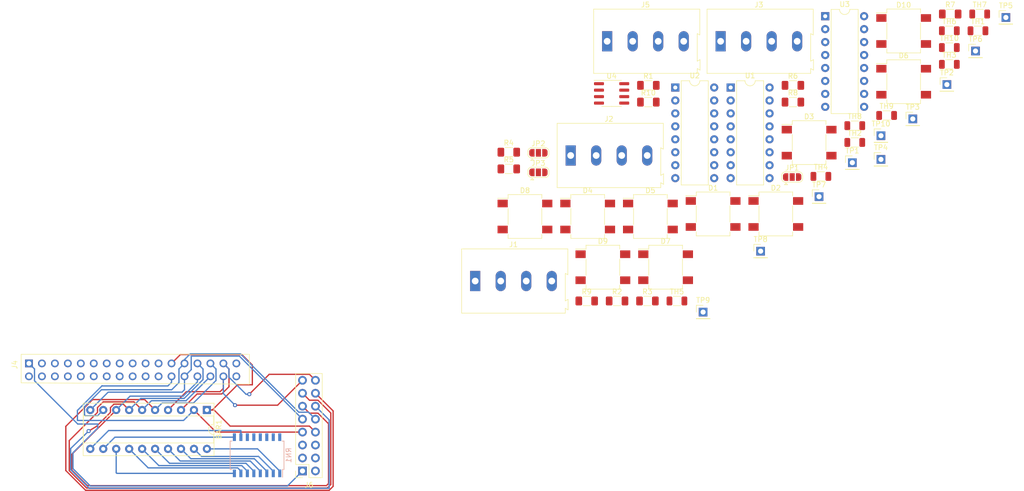
<source format=kicad_pcb>
(kicad_pcb (version 20211014) (generator pcbnew)
  (layers (0 "F.Cu" signal) (31 "B.Cu" signal) (34 "B.Paste" user) (35 "F.Paste" user) (36 "B.SilkS" user "B.Silkscreen") (37 "F.SilkS" user "F.Silkscreen") (38 "B.Mask" user) (39 "F.Mask" user) (44 "Edge.Cuts" user))
  (net 0 "")
  (net 1 "PD0")
  (net 2 "PD1")
  (net 3 "PD2")
  (net 4 "PD3")
  (net 5 "PD4")
  (net 6 "PD5")
  (net 7 "PD6")
  (net 8 "PD7")
  (net 9 "PC6")
  (net 10 "PC7")
  (net 11 "/L10")
  (net 12 "/L9")
  (net 13 "/L8")
  (net 14 "/L7")
  (net 15 "/L6")
  (net 16 "/L5")
  (net 17 "/L4")
  (net 18 "/L3")
  (net 19 "/L2")
  (net 20 "Net-(D1-Pad1)")
  (net 21 "Net-(D1-Pad3)")
  (net 22 "SGND1")
  (net 23 "Net-(D2-Pad1)")
  (net 24 "Net-(D2-Pad3)")
  (net 25 "Net-(D3-Pad1)")
  (net 26 "Net-(D3-Pad3)")
  (net 27 "Net-(D4-Pad1)")
  (net 28 "Net-(D4-Pad3)")
  (net 29 "Net-(D5-Pad1)")
  (net 30 "Net-(D5-Pad3)")
  (net 31 "Net-(D6-Pad1)")
  (net 32 "Net-(D6-Pad3)")
  (net 33 "Net-(D7-Pad1)")
  (net 34 "Net-(D7-Pad3)")
  (net 35 "Net-(D8-Pad1)")
  (net 36 "Net-(D8-Pad3)")
  (net 37 "Net-(D9-Pad1)")
  (net 38 "Net-(D9-Pad3)")
  (net 39 "Net-(D10-Pad1)")
  (net 40 "Net-(D10-Pad3)")
  (net 41 "S0")
  (net 42 "S1")
  (net 43 "S2")
  (net 44 "S3")
  (net 45 "S4")
  (net 46 "S5")
  (net 47 "S6")
  (net 48 "S7")
  (net 50 "GNDPWR")
  (net 51 "+3V3")
  (net 53 "PA0")
  (net 54 "PA1")
  (net 55 "PA2")
  (net 56 "PA3")
  (net 57 "PA4")
  (net 58 "PA5")
  (net 59 "PA6")
  (net 60 "PA7")
  (net 61 "PB0")
  (net 62 "PB1")
  (net 63 "PB2")
  (net 65 "PC0")
  (net 66 "PC1")
  (net 69 "DCC_SENS")
  (net 70 "DCC_A")
  (net 72 "DCC_B")
  (net 73 "S8")
  (net 74 "S9")
  (net 82 "Net-(R1-Pad1)")
  (net 83 "Net-(R2-Pad1)")
  (net 84 "Net-(R3-Pad1)")
  (net 85 "Net-(R4-Pad1)")
  (net 86 "Net-(R5-Pad1)")
  (net 87 "Net-(R6-Pad1)")
  (net 88 "Net-(R7-Pad1)")
  (net 89 "Net-(R8-Pad1)")
  (net 90 "Net-(R9-Pad1)")
  (net 91 "Net-(R10-Pad1)")
  (net 92 "/L1")
  (footprint "Resistor_SMD:R_1206_3216Metric" (layer "F.Cu") (at 269.24 38.51)
    (fp_text reference "TH1")
    (fp_text value "Thermistor_PTC")
  )
  (footprint "Resistor_SMD:R_1206_3216Metric_Pad1.30x1.75mm_HandSolder" (layer "F.Cu") (at 198.52 91.51)
    (fp_text reference "R2")
    (fp_text value "33")
  )
  (footprint "Jumper:SolderJumper-3_P1.3mm_Open_RoundedPad1.0x1.5mm" (layer "F.Cu") (at 183.1 62.45)
    (fp_text reference "JP2")
    (fp_text value "SolderJumper_3_Open")
  )
  (footprint "Resistor_SMD:R_1206_3216Metric_Pad1.30x1.75mm_HandSolder" (layer "F.Cu") (at 232.98 49.21)
    (fp_text reference "R6")
    (fp_text value "33")
  )
  (footprint "Resistor_SMD:R_1206_3216Metric" (layer "F.Cu") (at 263.63 41.8)
    (fp_text reference "TH10")
    (fp_text value "Thermistor_PTC")
  )
  (footprint "Resistor_SMD:R_1206_3216Metric" (layer "F.Cu") (at 245.1 57.12)
    (fp_text reference "TH8")
    (fp_text value "Thermistor_PTC")
  )
  (footprint "Diode_SMD:Diode_Bridge_Diotec_SO-DIL-Slim" (layer "F.Cu") (at 180.47 74.94)
    (fp_text reference "D8")
    (fp_text value "D_Bridge_+-AA")
  )
  (footprint "Connector_PinHeader_2.54mm:PinHeader_1x01_P2.54mm_Vertical" (layer "F.Cu") (at 226.65 81.74)
    (fp_text reference "TP8")
    (fp_text value "TestPoint")
  )
  (footprint "Resistor_SMD:R_1206_3216Metric_Pad1.30x1.75mm_HandSolder" (layer "F.Cu") (at 192.57 91.51)
    (fp_text reference "R9")
    (fp_text value "33")
  )
  (footprint "Package_DIP:DIP-16_W7.62mm" (layer "F.Cu") (at 220.78 49.64)
    (fp_text reference "U1")
    (fp_text value "LTV-844")
  )
  (footprint "Resistor_SMD:R_1206_3216Metric" (layer "F.Cu") (at 238.46 67.07)
    (fp_text reference "TH4")
    (fp_text value "Thermistor_PTC")
  )
  (footprint "Resistor_SMD:R_1206_3216Metric" (layer "F.Cu") (at 210.25 91.51)
    (fp_text reference "TH5")
    (fp_text value "Thermistor_PTC")
  )
  (footprint "Diode_SMD:Diode_Bridge_Diotec_SO-DIL-Slim" (layer "F.Cu") (at 217.34 74.44)
    (fp_text reference "D1")
    (fp_text value "D_Bridge_+-AA")
  )
  (footprint "Diode_SMD:Diode_Bridge_Diotec_SO-DIL-Slim" (layer "F.Cu") (at 254.68 38.55)
    (fp_text reference "D10")
    (fp_text value "D_Bridge_+-AA")
  )
  (footprint "Connector_PinHeader_2.54mm:PinHeader_1x01_P2.54mm_Vertical" (layer "F.Cu") (at 274.71 35.9)
    (fp_text reference "TP5")
    (fp_text value "TestPoint")
  )
  (footprint "Connector_PinHeader_2.54mm:PinHeader_1x01_P2.54mm_Vertical" (layer "F.Cu") (at 263.15 49.06)
    (fp_text reference "TP2")
    (fp_text value "TestPoint")
  )
  (footprint "Resistor_SMD:R_1206_3216Metric_Pad1.30x1.75mm_HandSolder" (layer "F.Cu") (at 204.65 49.21)
    (fp_text reference "R1")
    (fp_text value "33")
  )
  (footprint "Connector_PinHeader_2.54mm:PinHeader_1x01_P2.54mm_Vertical" (layer "F.Cu") (at 268.76 42.48)
    (fp_text reference "TP6")
    (fp_text value "TestPoint")
  )
  (footprint "Diode_SMD:Diode_Bridge_Diotec_SO-DIL-Slim" (layer "F.Cu") (at 195.74 84.89)
    (fp_text reference "D9")
    (fp_text value "D_Bridge_+-AA")
  )
  (footprint "Resistor_SMD:R_1206_3216Metric_Pad1.30x1.75mm_HandSolder" (layer "F.Cu") (at 263.8 35.22)
    (fp_text reference "R7")
    (fp_text value "33")
  )
  (footprint "Resistor_SMD:R_1206_3216Metric" (layer "F.Cu") (at 263.63 45.09)
    (fp_text reference "TH3")
    (fp_text value "Thermistor_PTC")
  )
  (footprint "TerminalBlock:TerminalBlock_Altech_AK300-4_P5.00mm" (layer "F.Cu") (at 218.81 40.57)
    (fp_text reference "J3")
    (fp_text value "Screw_Terminal_01x04")
  )
  (footprint "Resistor_SMD:R_1206_3216Metric" (layer "F.Cu") (at 263.63 38.51)
    (fp_text reference "TH6")
    (fp_text value "Thermistor_PTC")
  )
  (footprint "Jumper:SolderJumper-3_P1.3mm_Open_RoundedPad1.0x1.5mm" (layer "F.Cu") (at 232.83 67.2)
    (fp_text reference "JP1")
    (fp_text value "SolderJumper_3_Open")
  )
  (footprint "Connector_PinHeader_2.54mm:PinHeader_1x01_P2.54mm_Vertical" (layer "F.Cu") (at 250.23 63.74)
    (fp_text reference "TP4")
    (fp_text value "TestPoint")
  )
  (footprint "Connector_PinHeader_2.54mm:PinHeader_1x01_P2.54mm_Vertical" (layer "F.Cu") (at 256.47 55.8)
    (fp_text reference "TP3")
    (fp_text value "TestPoint")
  )
  (footprint "Connector_PinHeader_2.54mm:PinHeader_1x01_P2.54mm_Vertical" (layer "F.Cu") (at 244.62 64.38)
    (fp_text reference "TP1")
    (fp_text value "TestPoint")
  )
  (footprint "Resistor_SMD:R_1206_3216Metric_Pad1.30x1.75mm_HandSolder" (layer "F.Cu") (at 177.3 62.32)
    (fp_text reference "R4")
    (fp_text value "33")
  )
  (footprint "TerminalBlock:TerminalBlock_Altech_AK300-4_P5.00mm" (layer "F.Cu") (at 196.58 40.57)
    (fp_text reference "J5")
    (fp_text value "Screw_Terminal_01x04")
  )
  (footprint "TerminalBlock:TerminalBlock_Altech_AK300-4_P5.00mm" (layer "F.Cu") (at 170.72 87.6)
    (fp_text reference "J1")
    (fp_text value "Screw_Terminal_01x04")
  )
  (footprint "Resistor_SMD:R_1206_3216Metric_Pad1.30x1.75mm_HandSolder" (layer "F.Cu") (at 177.3 65.61)
    (fp_text reference "R5")
    (fp_text value "33")
  )
  (footprint "Diode_SMD:Diode_Bridge_Diotec_SO-DIL-Slim" (layer "F.Cu") (at 192.76 74.94)
    (fp_text reference "D4")
    (fp_text value "D_Bridge_+-AA")
  )
  (footprint "sboxnet:sboxnet-stecker-2x17" (layer "F.Cu") (at 80.735 106.297 90)
    (fp_text reference "J4")
    (fp_text value "sboxnet-stecker_02x17")
  )
  (footprint "Resistor_SMD:R_1206_3216Metric" (layer "F.Cu") (at 251.34 55.12)
    (fp_text reference "TH9")
    (fp_text value "Thermistor_PTC")
  )
  (footprint "Diode_SMD:Diode_Bridge_Diotec_SO-DIL-Slim" (layer "F.Cu") (at 205.05 74.94)
    (fp_text reference "D5")
    (fp_text value "D_Bridge_+-AA")
  )
  (footprint "Resistor_SMD:R_1206_3216Metric_Pad1.30x1.75mm_HandSolder" (layer "F.Cu") (at 204.47 91.51)
    (fp_text reference "R3")
    (fp_text value "33")
  )
  (footprint "Diode_SMD:Diode_Bridge_Diotec_SO-DIL-Slim" (layer "F.Cu") (at 254.68 48.5)
    (fp_text reference "D6")
    (fp_text value "D_Bridge_+-AA")
  )
  (footprint "Resistor_SMD:R_1206_3216Metric_Pad1.30x1.75mm_HandSolder" (layer "F.Cu") (at 232.98 52.5)
    (fp_text reference "R8")
    (fp_text value "33")
  )
  (footprint "Resistor_SMD:R_1206_3216Metric" (layer "F.Cu") (at 269.58 35.22)
    (fp_text reference "TH7")
    (fp_text value "Thermistor_PTC")
  )
  (footprint "Resistor_SMD:R_1206_3216Metric" (layer "F.Cu") (at 245.1 60.41)
    (fp_text reference "TH2")
    (fp_text value "Thermistor_PTC")
  )
  (footprint "Connector_PinSocket_2.54mm:PinSocket_2x08_P2.54mm_Vertical" (layer "F.Cu") (at 136.875 124.85 180)
    (fp_text reference "J6")
    (fp_text value "Conn_02x08_Top_Bottom")
  )
  (footprint "Resistor_SMD:R_1206_3216Metric_Pad1.30x1.75mm_HandSolder" (layer "F.Cu") (at 204.65 52.5)
    (fp_text reference "R10")
    (fp_text value "33")
  )
  (footprint "Connector_PinHeader_2.54mm:PinHeader_1x01_P2.54mm_Vertical" (layer "F.Cu") (at 215.38 93.69)
    (fp_text reference "TP9")
    (fp_text value "TestPoint")
  )
  (footprint "Package_SO:SOIC-8_3.9x4.9mm_P1.27mm" (layer "F.Cu") (at 197.45 50.79)
    (fp_text reference "U4")
    (fp_text value "SN65HVD230")
  )
  (footprint "Jumper:SolderJumper-3_P1.3mm_Open_RoundedPad1.0x1.5mm" (layer "F.Cu") (at 183.1 66.28)
    (fp_text reference "JP3")
    (fp_text value "SolderJumper_3_Open")
  )
  (footprint "TerminalBlock:TerminalBlock_Altech_AK300-4_P5.00mm" (layer "F.Cu") (at 189.43 62.97)
    (fp_text reference "J2")
    (fp_text value "Screw_Terminal_01x04")
  )
  (footprint "Connector_PinHeader_2.54mm:PinHeader_1x01_P2.54mm_Vertical" (layer "F.Cu") (at 238.1 71.04)
    (fp_text reference "TP7")
    (fp_text value "TestPoint")
  )
  (footprint "Package_DIP:DIP-16_W7.62mm" (layer "F.Cu") (at 239.31 35.65)
    (fp_text reference "U3")
    (fp_text value "LTV-844")
  )
  (footprint "Diode_SMD:Diode_Bridge_Diotec_SO-DIL-Slim" (layer "F.Cu") (at 229.63 74.44)
    (fp_text reference "D2")
    (fp_text value "D_Bridge_+-AA")
  )
  (footprint "Package_DIP:DIP-20_W7.62mm_Socket" (layer "F.Cu") (at 118.15 112.9 -90)
    (fp_text reference "BAR1")
    (fp_text value "HDSP-4830_2")
  )
  (footprint "Diode_SMD:Diode_Bridge_Diotec_SO-DIL-Slim" (layer "F.Cu") (at 208.03 84.89)
    (fp_text reference "D7")
    (fp_text value "D_Bridge_+-AA")
  )
  (footprint "Package_DIP:DIP-16_W7.62mm" (layer "F.Cu") (at 209.93 49.64)
    (fp_text reference "U2")
    (fp_text value "LTV-844")
  )
  (footprint "Connector_PinHeader_2.54mm:PinHeader_1x01_P2.54mm_Vertical" (layer "F.Cu") (at 250.23 59.09)
    (fp_text reference "TP10")
    (fp_text value "TestPoint")
  )
  (footprint "Diode_SMD:Diode_Bridge_Diotec_SO-DIL-Slim" (layer "F.Cu") (at 236.15 60.45)
    (fp_text reference "D3")
    (fp_text value "D_Bridge_+-AA")
  )
  (footprint "Package_SO:SOIC-16W_5.3x10.2mm_P1.27mm" (layer "B.Cu") (at 127.975 121.775 90)
    (fp_text reference "RN1")
    (fp_text value "R_Network15")
  )
  (segment (start 124.51 102.325) (end 115.075 102.325) (width 0.25) (layer "B.Cu") (net 1))
  (segment (start 95.29 112.9) (end 98.79 109.4) (width 0.25) (layer "B.Cu") (net 1))
  (segment (start 98.79 109.4) (end 113.275 109.4) (width 0.25) (layer "B.Cu") (net 1))
  (segment (start 113.275 109.4) (end 113.755 108.92) (width 0.25) (layer "B.Cu") (net 1))
  (segment (start 136.875 114.69) (end 124.51 102.325) (width 0.25) (layer "B.Cu") (net 1))
  (segment (start 113.755 108.92) (end 113.755 106.297) (width 0.25) (layer "B.Cu") (net 1))
  (segment (start 115.075 102.325) (end 115.075 104.977) (width 0.25) (layer "B.Cu") (net 1))
  (segment (start 115.075 104.977) (end 113.755 106.297) (width 0.25) (layer "B.Cu") (net 1))
  (segment (start 111.25 108.925) (end 112.668489 107.506511) (width 0.25) (layer "B.Cu") (net 2))
  (segment (start 139.415 114.69) (end 138.049511 113.324511) (width 0.25) (layer "B.Cu") (net 2))
  (segment (start 112.668489 104.843511) (end 113.755 103.757) (width 0.25) (layer "B.Cu") (net 2))
  (segment (start 94.324511 114.024511) (end 94.165489 113.865489) (width 0.25) (layer "B.Cu") (net 2))
  (segment (start 124.696197 101.87548) (end 114.888803 101.87548) (width 0.25) (layer "B.Cu") (net 2))
  (segment (start 114.888803 101.87548) (end 113.755 103.009283) (width 0.25) (layer "B.Cu") (net 2))
  (segment (start 138.049511 113.324511) (end 136.145229 113.324511) (width 0.25) (layer "B.Cu") (net 2))
  (segment (start 97.83 112.9) (end 96.705489 114.024511) (width 0.25) (layer "B.Cu") (net 2))
  (segment (start 94.165489 112.234511) (end 97.475 108.925) (width 0.25) (layer "B.Cu") (net 2))
  (segment (start 97.475 108.925) (end 111.25 108.925) (width 0.25) (layer "B.Cu") (net 2))
  (segment (start 112.668489 107.506511) (end 112.668489 104.843511) (width 0.25) (layer "B.Cu") (net 2))
  (segment (start 136.145229 113.324511) (end 124.696197 101.87548) (width 0.25) (layer "B.Cu") (net 2))
  (segment (start 94.165489 113.865489) (end 94.165489 112.234511) (width 0.25) (layer "B.Cu") (net 2))
  (segment (start 96.705489 114.024511) (end 94.324511 114.024511) (width 0.25) (layer "B.Cu") (net 2))
  (segment (start 113.755 103.009283) (end 113.755 103.757) (width 0.25) (layer "B.Cu") (net 2))
  (segment (start 141.575 127.725) (end 94.725 127.725) (width 0.25) (layer "F.Cu") (net 3))
  (segment (start 91.65 124.65) (end 91.65 121.62) (width 0.25) (layer "F.Cu") (net 3))
  (segment (start 136.875 112.15) (end 138.240489 113.515489) (width 0.25) (layer "F.Cu") (net 3))
  (segment (start 141.975 127.325) (end 141.575 127.725) (width 0.25) (layer "F.Cu") (net 3))
  (segment (start 94.725 127.725) (end 91.65 124.65) (width 0.25) (layer "F.Cu") (net 3))
  (segment (start 141.975 115.58899) (end 141.975 127.325) (width 0.25) (layer "F.Cu") (net 3))
  (segment (start 91.65 121.62) (end 100.37 112.9) (width 0.25) (layer "F.Cu") (net 3))
  (segment (start 116.295 105.661282) (end 116.295 106.297) (width 0.25) (layer "F.Cu") (net 3))
  (segment (start 139.901499 113.515489) (end 141.975 115.58899) (width 0.25) (layer "F.Cu") (net 3))
  (segment (start 138.240489 113.515489) (end 139.901499 113.515489) (width 0.25) (layer "F.Cu") (net 3))
  (segment (start 116.295 107.37463) (end 116.295 106.297) (width 0.25) (layer "B.Cu") (net 3))
  (segment (start 100.37 112.9) (end 103.095 110.175) (width 0.25) (layer "B.Cu") (net 3))
  (segment (start 103.095 110.175) (end 113.49463 110.175) (width 0.25) (layer "B.Cu") (net 3))
  (segment (start 113.49463 110.175) (end 116.295 107.37463) (width 0.25) (layer "B.Cu") (net 3))
  (segment (start 101.76 111.75) (end 102.91 112.9) (width 0.25) (layer "F.Cu") (net 4))
  (segment (start 94.975 117.025) (end 96.486278 116.125) (width 0.25) (layer "F.Cu") (net 4))
  (segment (start 96.486278 116.125) (end 99.245489 113.365789) (width 0.25) (layer "F.Cu") (net 4))
  (segment (start 99.245489 112.434211) (end 99.9297 111.75) (width 0.25) (layer "F.Cu") (net 4))
  (segment (start 99.245489 113.365789) (end 99.245489 112.434211) (width 0.25) (layer "F.Cu") (net 4))
  (segment (start 99.9297 111.75) (end 101.76 111.75) (width 0.25) (layer "F.Cu") (net 4))
  (via (at 94.975 117.025) (size 0.8) (drill 0.4) (layers "F.Cu" "B.Cu") (net 4))
  (segment (start 142.1 128.25) (end 142.1 114.835) (width 0.25) (layer "B.Cu") (net 4))
  (segment (start 91.45 124.6) (end 95.1 128.25) (width 0.25) (layer "B.Cu") (net 4))
  (segment (start 102.91 112.9) (end 105.18548 110.62452) (width 0.25) (layer "B.Cu") (net 4))
  (segment (start 142.1 114.835) (end 139.415 112.15) (width 0.25) (layer "B.Cu") (net 4))
  (segment (start 94.975 117.025) (end 91.45 120.45) (width 0.25) (layer "B.Cu") (net 4))
  (segment (start 105.18548 110.62452) (end 113.680827 110.62452) (width 0.25) (layer "B.Cu") (net 4))
  (segment (start 95.1 128.25) (end 142.1 128.25) (width 0.25) (layer "B.Cu") (net 4))
  (segment (start 113.680827 110.62452) (end 117.381511 106.923836) (width 0.25) (layer "B.Cu") (net 4))
  (segment (start 117.381511 106.923836) (end 117.381511 104.843511) (width 0.25) (layer "B.Cu") (net 4))
  (segment (start 91.45 120.45) (end 91.45 124.6) (width 0.25) (layer "B.Cu") (net 4))
  (segment (start 117.381511 104.843511) (end 116.295 103.757) (width 0.25) (layer "B.Cu") (net 4))
  (segment (start 103.85048 111.30048) (end 105.45 112.9) (width 0.25) (layer "F.Cu") (net 5))
  (segment (start 136.875 109.61) (end 138.240489 110.975489) (width 0.25) (layer "F.Cu") (net 5))
  (segment (start 91.175 124.810717) (end 91.175 118.896278) (width 0.25) (layer "F.Cu") (net 5))
  (segment (start 91.175 118.896278) (end 96.705489 113.365789) (width 0.25) (layer "F.Cu") (net 5))
  (segment (start 142.425 127.510718) (end 141.735718 128.2) (width 0.25) (layer "F.Cu") (net 5))
  (segment (start 142.425 113.49899) (end 142.425 127.510718) (width 0.25) (layer "F.Cu") (net 5))
  (segment (start 96.705489 112.419511) (end 97.82452 111.30048) (width 0.25) (layer "F.Cu") (net 5))
  (segment (start 138.240489 110.975489) (end 139.901499 110.975489) (width 0.25) (layer "F.Cu") (net 5))
  (segment (start 97.82452 111.30048) (end 103.85048 111.30048) (width 0.25) (layer "F.Cu") (net 5))
  (segment (start 94.564283 128.2) (end 91.175 124.810717) (width 0.25) (layer "F.Cu") (net 5))
  (segment (start 141.735718 128.2) (end 94.564283 128.2) (width 0.25) (layer "F.Cu") (net 5))
  (segment (start 139.901499 110.975489) (end 142.425 113.49899) (width 0.25) (layer "F.Cu") (net 5))
  (segment (start 96.705489 113.365789) (end 96.705489 112.419511) (width 0.25) (layer "F.Cu") (net 5))
  (segment (start 105.45 112.9) (end 107.27596 111.07404) (width 0.25) (layer "B.Cu") (net 5))
  (segment (start 114.05796 111.07404) (end 118.835 106.297) (width 0.25) (layer "B.Cu") (net 5))
  (segment (start 107.27596 111.07404) (end 114.05796 111.07404) (width 0.25) (layer "B.Cu") (net 5))
  (segment (start 139.415 109.61) (end 142.87452 113.06952) (width 0.25) (layer "F.Cu") (net 6))
  (segment (start 142.10048 128.64952) (end 94.378085 128.64952) (width 0.25) (layer "F.Cu") (net 6))
  (segment (start 95.74874 110.85096) (end 105.94096 110.85096) (width 0.25) (layer "F.Cu") (net 6))
  (segment (start 142.87452 113.06952) (end 142.87452 127.87548) (width 0.25) (layer "F.Cu") (net 6))
  (segment (start 142.87452 127.87548) (end 142.10048 128.64952) (width 0.25) (layer "F.Cu") (net 6))
  (segment (start 94.378085 128.64952) (end 90.5 124.771435) (width 0.25) (layer "F.Cu") (net 6))
  (segment (start 90.5 116.0997) (end 95.74874 110.85096) (width 0.25) (layer "F.Cu") (net 6))
  (segment (start 105.94096 110.85096) (end 107.99 112.9) (width 0.25) (layer "F.Cu") (net 6))
  (segment (start 90.5 124.771435) (end 90.5 116.0997) (width 0.25) (layer "F.Cu") (net 6))
  (segment (start 119.925 104.847) (end 118.835 103.757) (width 0.25) (layer "B.Cu") (net 6))
  (segment (start 115.511978 111.52356) (end 119.925 107.110538) (width 0.25) (layer "B.Cu") (net 6))
  (segment (start 109.36644 111.52356) (end 115.511978 111.52356) (width 0.25) (layer "B.Cu") (net 6))
  (segment (start 119.925 107.110538) (end 119.925 104.847) (width 0.25) (layer "B.Cu") (net 6))
  (segment (start 107.99 112.9) (end 109.36644 111.52356) (width 0.25) (layer "B.Cu") (net 6))
  (segment (start 136.875 107.07) (end 132.07 111.875) (width 0.25) (layer "F.Cu") (net 7))
  (segment (start 114.13 109.3) (end 120.725 109.3) (width 0.25) (layer "F.Cu") (net 7))
  (segment (start 131.995 111.95) (end 123.65 111.95) (width 0.25) (layer "F.Cu") (net 7))
  (segment (start 120.725 109.3) (end 121.375 108.65) (width 0.25) (layer "F.Cu") (net 7))
  (segment (start 121.375 108.65) (end 121.375 106.297) (width 0.25) (layer "F.Cu") (net 7))
  (segment (start 132.07 111.875) (end 131.995 111.95) (width 0.25) (layer "F.Cu") (net 7))
  (segment (start 110.53 112.9) (end 114.13 109.3) (width 0.25) (layer "F.Cu") (net 7))
  (via (at 123.65 111.95) (size 0.8) (drill 0.4) (layers "F.Cu" "B.Cu") (net 7))
  (segment (start 121.375 109.675) (end 121.375 106.297) (width 0.25) (layer "B.Cu") (net 7))
  (segment (start 123.65 111.95) (end 121.375 109.675) (width 0.25) (layer "B.Cu") (net 7))
  (segment (start 130.354511 105.895489) (end 126.45 109.8) (width 0.25) (layer "F.Cu") (net 8))
  (segment (start 138.240489 105.895489) (end 130.379511 105.895489) (width 0.25) (layer "F.Cu") (net 8))
  (segment (start 113.07 112.9) (end 116.22048 109.74952) (width 0.25) (layer "F.Cu") (net 8))
  (segment (start 116.22048 109.74952) (end 121.05048 109.74952) (width 0.25) (layer "F.Cu") (net 8))
  (segment (start 122.475 104.857) (end 121.375 103.757) (width 0.25) (layer "F.Cu") (net 8))
  (segment (start 122.475 108.325) (end 122.475 104.857) (width 0.25) (layer "F.Cu") (net 8))
  (segment (start 130.379511 105.895489) (end 130.354511 105.895489) (width 0.25) (layer "F.Cu") (net 8))
  (segment (start 139.415 107.07) (end 138.240489 105.895489) (width 0.25) (layer "F.Cu") (net 8))
  (segment (start 121.05048 109.74952) (end 122.475 108.325) (width 0.25) (layer "F.Cu") (net 8))
  (via (at 126.45 109.8) (size 0.8) (drill 0.4) (layers "F.Cu" "B.Cu") (net 8))
  (segment (start 125.8 109.8) (end 122.461511 106.461511) (width 0.25) (layer "B.Cu") (net 8))
  (segment (start 122.461511 104.843511) (end 121.375 103.757) (width 0.25) (layer "B.Cu") (net 8))
  (segment (start 126.45 109.8) (end 125.8 109.8) (width 0.25) (layer "B.Cu") (net 8))
  (segment (start 122.461511 106.461511) (end 122.461511 104.843511) (width 0.25) (layer "B.Cu") (net 8))
  (segment (start 119.94 117.23) (end 136.875 117.23) (width 0.25) (layer "F.Cu") (net 9))
  (segment (start 115.61 112.9) (end 119.94 117.23) (width 0.25) (layer "F.Cu") (net 9))
  (segment (start 110.5 108.175) (end 111.215 107.46) (width 0.25) (layer "B.Cu") (net 9))
  (segment (start 92.775 112.975) (end 97.575 108.175) (width 0.25) (layer "B.Cu") (net 9))
  (segment (start 113.56 114.95) (end 92.775 114.95) (width 0.25) (layer "B.Cu") (net 9))
  (segment (start 115.61 112.9) (end 113.56 114.95) (width 0.25) (layer "B.Cu") (net 9))
  (segment (start 97.575 108.175) (end 110.5 108.175) (width 0.25) (layer "B.Cu") (net 9))
  (segment (start 92.775 114.95) (end 92.775 112.975) (width 0.25) (layer "B.Cu") (net 9))
  (segment (start 111.215 107.46) (end 111.215 106.297) (width 0.25) (layer "B.Cu") (net 9))
  (segment (start 97.575 108.175) (end 97.6 108.15) (width 0.25) (layer "B.Cu") (net 9))
  (segment (start 127.05 104.075) (end 125 102.025) (width 0.25) (layer "F.Cu") (net 10))
  (segment (start 119.55 112.9) (end 122.705489 116.055489) (width 0.25) (layer "F.Cu") (net 10))
  (segment (start 127.05 107.95) (end 127.05 104.075) (width 0.25) (layer "F.Cu") (net 10))
  (segment (start 124.15 107.95) (end 127.05 107.95) (width 0.25) (layer "F.Cu") (net 10))
  (segment (start 118.15 112.9) (end 119.55 112.9) (width 0.25) (layer "F.Cu") (net 10))
  (segment (start 138.240489 116.055489) (end 139.415 117.23) (width 0.25) (layer "F.Cu") (net 10))
  (segment (start 122.705489 116.055489) (end 138.240489 116.055489) (width 0.25) (layer "F.Cu") (net 10))
  (segment (start 112.947 102.025) (end 111.215 103.757) (width 0.25) (layer "F.Cu") (net 10))
  (segment (start 119.2 112.9) (end 124.15 107.95) (width 0.25) (layer "F.Cu") (net 10))
  (segment (start 125 102.025) (end 112.947 102.025) (width 0.25) (layer "F.Cu") (net 10))
  (segment (start 118.15 112.9) (end 119.2 112.9) (width 0.25) (layer "F.Cu") (net 10))
  (segment (start 98.885 116.925) (end 124.8 116.925) (width 0.25) (layer "B.Cu") (net 11))
  (segment (start 95.29 120.52) (end 98.885 116.925) (width 0.25) (layer "B.Cu") (net 11))
  (segment (start 124.8 116.925) (end 124.8 118.225) (width 0.25) (layer "B.Cu") (net 11))
  (segment (start 97.83 120.52) (end 100.125 118.225) (width 0.25) (layer "B.Cu") (net 12))
  (segment (start 100.125 118.225) (end 123.53 118.225) (width 0.25) (layer "B.Cu") (net 12))
  (segment (start 100.37 125.195) (end 100.5 125.325) (width 0.25) (layer "B.Cu") (net 13))
  (segment (start 100.37 120.52) (end 100.37 125.195) (width 0.25) (layer "B.Cu") (net 13))
  (segment (start 100.5 125.325) (end 123.53 125.325) (width 0.25) (layer "B.Cu") (net 13))
  (segment (start 124.175489 124.250489) (end 124.8 124.875) (width 0.25) (layer "B.Cu") (net 14))
  (segment (start 106.640489 124.250489) (end 124.175489 124.250489) (width 0.25) (layer "B.Cu") (net 14))
  (segment (start 124.8 124.875) (end 124.8 125.325) (width 0.25) (layer "B.Cu") (net 14))
  (segment (start 102.91 120.52) (end 106.640489 124.250489) (width 0.25) (layer "B.Cu") (net 14))
  (segment (start 124.974991 123.800969) (end 126.07 124.895978) (width 0.25) (layer "B.Cu") (net 15))
  (segment (start 126.07 124.895978) (end 126.07 125.325) (width 0.25) (layer "B.Cu") (net 15))
  (segment (start 105.45 120.52) (end 108.730969 123.800969) (width 0.25) (layer "B.Cu") (net 15))
  (segment (start 108.730969 123.800969) (end 124.974991 123.800969) (width 0.25) (layer "B.Cu") (net 15))
  (segment (start 110.821449 123.351449) (end 125.795471 123.351449) (width 0.25) (layer "B.Cu") (net 16))
  (segment (start 107.99 120.52) (end 110.821449 123.351449) (width 0.25) (layer "B.Cu") (net 16))
  (segment (start 125.795471 123.351449) (end 127.34 124.895978) (width 0.25) (layer "B.Cu") (net 16))
  (segment (start 127.34 124.895978) (end 127.34 125.325) (width 0.25) (layer "B.Cu") (net 16))
  (segment (start 128.61 124.875) (end 128.61 125.325) (width 0.25) (layer "B.Cu") (net 17))
  (segment (start 126.636929 122.901929) (end 128.61 124.875) (width 0.25) (layer "B.Cu") (net 17))
  (segment (start 110.53 120.52) (end 112.911929 122.901929) (width 0.25) (layer "B.Cu") (net 17))
  (segment (start 112.911929 122.901929) (end 126.636929 122.901929) (width 0.25) (layer "B.Cu") (net 17))
  (segment (start 129.88 124.895978) (end 129.88 125.325) (width 0.25) (layer "B.Cu") (net 18))
  (segment (start 115.002409 122.452409) (end 127.436431 122.452409) (width 0.25) (layer "B.Cu") (net 18))
  (segment (start 113.07 120.52) (end 115.002409 122.452409) (width 0.25) (layer "B.Cu") (net 18))
  (segment (start 127.436431 122.452409) (end 129.88 124.895978) (width 0.25) (layer "B.Cu") (net 18))
  (segment (start 128.256911 122.002889) (end 131.15 124.895978) (width 0.25) (layer "B.Cu") (net 19))
  (segment (start 131.15 124.895978) (end 131.15 125.325) (width 0.25) (layer "B.Cu") (net 19))
  (segment (start 117.092889 122.002889) (end 128.256911 122.002889) (width 0.25) (layer "B.Cu") (net 19))
  (segment (start 115.61 120.52) (end 117.092889 122.002889) (width 0.25) (layer "B.Cu") (net 19))
  (segment (start 96.75 116.425) (end 96.75 115.65) (width 0.25) (layer "B.Cu") (net 50))
  (segment (start 91.89952 121.27548) (end 96.75 116.425) (width 0.25) (layer "B.Cu") (net 50))
  (segment (start 84.361511 104.843511) (end 83.275 103.757) (width 0.25) (layer "B.Cu") (net 50))
  (segment (start 84.361511 107.172228) (end 84.361511 104.843511) (width 0.25) (layer "B.Cu") (net 50))
  (segment (start 95.3 127.80048) (end 91.89952 124.4) (width 0.25) (layer "B.Cu") (net 50))
  (segment (start 133.92452 127.80048) (end 95.3 127.80048) (width 0.25) (layer "B.Cu") (net 50))
  (segment (start 91.89952 124.4) (end 91.89952 121.27548) (width 0.25) (layer "B.Cu") (net 50))
  (segment (start 96.75 115.65) (end 92.839283 115.65) (width 0.25) (layer "B.Cu") (net 50))
  (segment (start 136.875 124.85) (end 133.92452 127.80048) (width 0.25) (layer "B.Cu") (net 50))
  (segment (start 92.839283 115.65) (end 84.361511 107.172228) (width 0.25) (layer "B.Cu") (net 50))
  (segment (start 118.15 120.52) (end 128.065 120.52) (width 0.25) (layer "B.Cu") (net 92))
  (segment (start 128.065 120.52) (end 132.42 124.875) (width 0.25) (layer "B.Cu") (net 92))
  (segment (start 132.42 124.875) (end 132.42 125.325) (width 0.25) (layer "B.Cu") (net 92))
)
</source>
